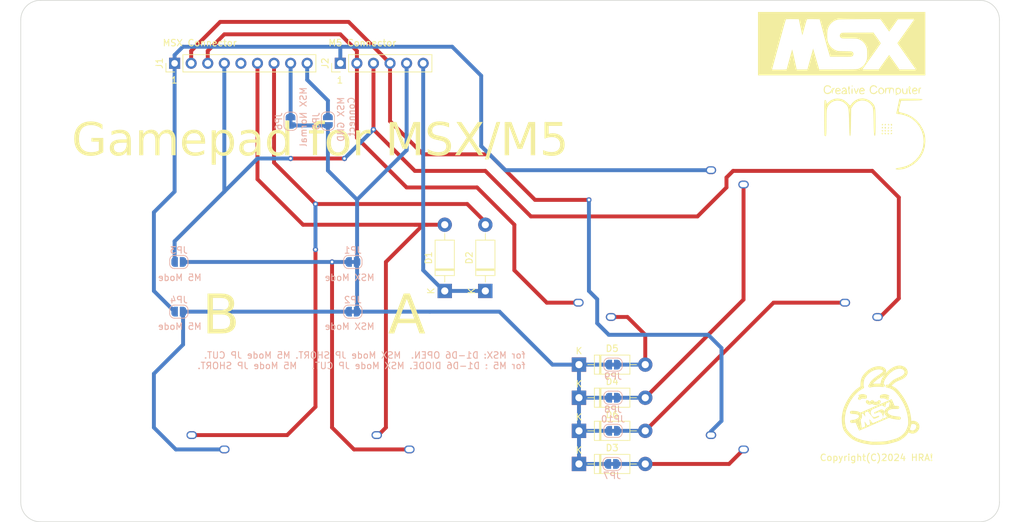
<source format=kicad_pcb>
(kicad_pcb (version 20221018) (generator pcbnew)
  (title_block (title "MSX/M5 Gamepad") (rev "1") (company "HRA!"))
  (layers (0 "F.Cu" signal) (31 "B.Cu" signal) (34 "B.Paste" user) (35 "F.Paste" user) (36 "B.SilkS" user "B.Silkscreen") (37 "F.SilkS" user "F.Silkscreen") (38 "B.Mask" user) (39 "F.Mask" user) (44 "Edge.Cuts" user))
  (net 0 "")
  (net 1 "Net-(D1-K)")
  (net 2 "/A_BUTTON")
  (net 3 "/B_BUTTON")
  (net 4 "/UP")
  (net 5 "Net-(J1-Pin_2)")
  (net 6 "Net-(J1-Pin_3)")
  (net 7 "/RIGHT")
  (net 9 "Net-(J1-Pin_8)")
  (net 10 "Net-(JP1-B)")
  (net 11 "Net-(JP2-B)")
  (net 12 "Net-(J1-Pin_9)")
  (net 13 "Net-(D3-K)")
  (net 14 "Net-(D3-A)")
  (net 15 "Net-(D4-A)")
  (net 16 "Net-(D5-A)")
  (net 17 "Net-(D6-A)")
  (footprint "1-Keyboard:Kailh_Choc_V1" (layer "F.Cu") (at 155.79 127)
    (fp_text reference "SW6")
    (fp_text value "DOWN")
    (pad "" np_thru_hole circle (at -5.5 0) (size 1.7 1.7) (drill 1.7) (layers "*.Cu" "*.Mask"))
    (pad "" np_thru_hole circle (at 0 0) (size 3.4 3.4) (drill 3.4) (layers "*.Cu" "*.Mask"))
    (pad "" np_thru_hole circle (at 5.5 0) (size 1.7 1.7) (drill 1.7) (layers "*.Cu" "*.Mask"))
    (pad "1" thru_hole oval (at -5 3.7) (size 1.6 1.2) (drill oval 1.2 0.8) (layers "*.Cu" "*.Mask") (net 5 "Net-(J1-Pin_2)"))
    (pad "2" thru_hole oval (at 0 5.9) (size 1.6 1.2) (drill oval 1.2 0.8) (layers "*.Cu" "*.Mask") (net 14 "Net-(D3-A)"))
  )
  (footprint "Connector_PinHeader_2.54mm:PinHeader_1x06_P2.54mm_Vertical" (layer "F.Cu") (at 93.98 73.66 90)
    (fp_text reference "J2" (at 0 -2.33 90) (layer "F.SilkS"))
    (fp_text value "M5 Gamepad Connector")
    (pad "1" thru_hole rect (at 0 0 90) (size 1.7 1.7) (drill 1) (layers "*.Cu" "*.Mask") (net 4 "/UP"))
    (pad "2" thru_hole oval (at 0 2.54 90) (size 1.7 1.7) (drill 1) (layers "*.Cu" "*.Mask") (net 6 "Net-(J1-Pin_3)"))
    (pad "3" thru_hole oval (at 0 5.08 90) (size 1.7 1.7) (drill 1) (layers "*.Cu" "*.Mask") (net 7 "/RIGHT"))
    (pad "4" thru_hole oval (at 0 7.62 90) (size 1.7 1.7) (drill 1) (layers "*.Cu" "*.Mask") (net 5 "Net-(J1-Pin_2)"))
    (pad "5" thru_hole oval (at 0 10.16 90) (size 1.7 1.7) (drill 1) (layers "*.Cu" "*.Mask") (net 13 "Net-(D3-K)"))
    (pad "6" thru_hole oval (at 0 12.7 90) (size 1.7 1.7) (drill 1) (layers "*.Cu" "*.Mask") (net 1 "Net-(D1-K)"))
  )
  (footprint "Diode_THT:D_DO-41_SOD81_P10.16mm_Horizontal" (layer "F.Cu") (at 130.556 119.888)
    (fp_text reference "D5" (at 5.08 -2.47) (layer "F.SilkS"))
    (fp_text value "1N4001")
    (fp_text user "K" (at 0 -2.1) (layer "F.SilkS"))
    (pad "1" thru_hole rect (at 0 0) (size 2.2 2.2) (drill 1.1) (layers "*.Cu" "*.Mask") (net 13 "Net-(D3-K)"))
    (pad "2" thru_hole oval (at 10.16 0) (size 2.2 2.2) (drill 1.1) (layers "*.Cu" "*.Mask") (net 16 "Net-(D5-A)"))
  )
  (footprint "Diode_THT:D_DO-41_SOD81_P10.16mm_Horizontal" (layer "F.Cu") (at 130.556 124.968)
    (fp_text reference "D4" (at 5.08 -2.47) (layer "F.SilkS"))
    (fp_text value "1N4001")
    (fp_text user "K" (at 0 -2.1) (layer "F.SilkS"))
    (pad "1" thru_hole rect (at 0 0) (size 2.2 2.2) (drill 1.1) (layers "*.Cu" "*.Mask") (net 13 "Net-(D3-K)"))
    (pad "2" thru_hole oval (at 10.16 0) (size 2.2 2.2) (drill 1.1) (layers "*.Cu" "*.Mask") (net 15 "Net-(D4-A)"))
  )
  (footprint "1-Keyboard:Kailh_Choc_V1" (layer "F.Cu") (at 176.315 106.68)
    (fp_text reference "SW5")
    (fp_text value "RIGHT")
    (pad "" np_thru_hole circle (at -5.5 0) (size 1.7 1.7) (drill 1.7) (layers "*.Cu" "*.Mask"))
    (pad "" np_thru_hole circle (at 0 0) (size 3.4 3.4) (drill 3.4) (layers "*.Cu" "*.Mask"))
    (pad "" np_thru_hole circle (at 5.5 0) (size 1.7 1.7) (drill 1.7) (layers "*.Cu" "*.Mask"))
    (pad "1" thru_hole oval (at -5 3.7) (size 1.6 1.2) (drill oval 1.2 0.8) (layers "*.Cu" "*.Mask") (net 17 "Net-(D6-A)"))
    (pad "2" thru_hole oval (at 0 5.9) (size 1.6 1.2) (drill oval 1.2 0.8) (layers "*.Cu" "*.Mask") (net 7 "/RIGHT"))
  )
  (footprint "0-My_Parts:usa" (layer "F.Cu") (at 177.404177 125.917457)
    (fp_text reference "" hide)
    (fp_text value "LOGO" hide)
  )
  (footprint "MountingHole:MountingHole_3.2mm_M3" (layer "F.Cu") (at 51.3 137.62)
    (fp_text reference "MH3" hide)
    (fp_text value "MountingHole_3.2mm_M3")
    (pad "" np_thru_hole circle (at 0 0) (size 3.2 3.2) (drill 3.2) (layers "*.Cu" "*.Mask"))
  )
  (footprint "MountingHole:MountingHole_3.2mm_M3" (layer "F.Cu") (at 120.8 137.62)
    (fp_text reference "MH3" hide)
    (fp_text value "MountingHole_3.2mm_M3")
    (pad "" np_thru_hole circle (at 0 0) (size 3.2 3.2) (drill 3.2) (layers "F&B.Cu" "*.Mask"))
  )
  (footprint "Diode_THT:D_DO-41_SOD81_P10.16mm_Horizontal" (layer "F.Cu") (at 130.556 130.048)
    (fp_text reference "D6" (at 5.08 -2.47) (layer "F.SilkS"))
    (fp_text value "1N4001")
    (fp_text user "K" (at 0 -2.1) (layer "F.SilkS"))
    (pad "1" thru_hole rect (at 0 0) (size 2.2 2.2) (drill 1.1) (layers "*.Cu" "*.Mask") (net 13 "Net-(D3-K)"))
    (pad "2" thru_hole oval (at 10.16 0) (size 2.2 2.2) (drill 1.1) (layers "*.Cu" "*.Mask") (net 17 "Net-(D6-A)"))
  )
  (footprint "0-My_Parts:msx_logo" (layer "F.Cu") (at 170.8 70.62)
    (fp_text reference "" hide)
    (fp_text value "LOGO" hide)
  )
  (footprint "" (layer "F.Cu") (at 54.3 99.695)
    (fp_text reference "HOLE1" hide)
    (fp_text value "" hide)
    (pad "" np_thru_hole circle (at 0 0) (size 6.4 6.4) (drill 6.4) (layers "F&B.Cu" "*.Mask"))
  )
  (footprint "Diode_THT:D_DO-41_SOD81_P10.16mm_Horizontal" (layer "F.Cu") (at 109.982 108.585 90)
    (fp_text reference "D1" (at 5.08 -2.47 90) (layer "F.SilkS"))
    (fp_text value "1N4001")
    (fp_text user "K" (at 0 -2.1 90) (layer "F.SilkS"))
    (pad "1" thru_hole rect (at 0 0 90) (size 2.2 2.2) (drill 1.1) (layers "*.Cu" "*.Mask") (net 1 "Net-(D1-K)"))
    (pad "2" thru_hole oval (at 10.16 0 90) (size 2.2 2.2) (drill 1.1) (layers "*.Cu" "*.Mask") (net 2 "/A_BUTTON"))
  )
  (footprint "" (layer "F.Cu") (at 54.3 113.03)
    (fp_text reference "HOLE2" hide)
    (fp_text value "" hide)
    (pad "" np_thru_hole circle (at 0 0) (size 6.4 6.4) (drill 6.4) (layers "F&B.Cu" "*.Mask"))
  )
  (footprint "1-Keyboard:Kailh_Choc_V1" (layer "F.Cu") (at 76.2 127)
    (fp_text reference "SW1")
    (fp_text value "B_Button")
    (pad "" np_thru_hole circle (at -5.5 0) (size 1.7 1.7) (drill 1.7) (layers "*.Cu" "*.Mask"))
    (pad "" np_thru_hole circle (at 0 0) (size 3.4 3.4) (drill 3.4) (layers "*.Cu" "*.Mask"))
    (pad "" np_thru_hole circle (at 5.5 0) (size 1.7 1.7) (drill 1.7) (layers "*.Cu" "*.Mask"))
    (pad "1" thru_hole oval (at -5 3.7) (size 1.6 1.2) (drill oval 1.2 0.8) (layers "*.Cu" "*.Mask") (net 3 "/B_BUTTON"))
    (pad "2" thru_hole oval (at 0 5.9) (size 1.6 1.2) (drill oval 1.2 0.8) (layers "*.Cu" "*.Mask") (net 11 "Net-(JP2-B)"))
  )
  (footprint "Diode_THT:D_DO-41_SOD81_P10.16mm_Horizontal" (layer "F.Cu") (at 116.205 108.585 90)
    (fp_text reference "D2" (at 5.08 -2.47 90) (layer "F.SilkS"))
    (fp_text value "1N4001")
    (fp_text user "K" (at 0 -2.1 90) (layer "F.SilkS"))
    (pad "1" thru_hole rect (at 0 0 90) (size 2.2 2.2) (drill 1.1) (layers "*.Cu" "*.Mask") (net 1 "Net-(D1-K)"))
    (pad "2" thru_hole oval (at 10.16 0 90) (size 2.2 2.2) (drill 1.1) (layers "*.Cu" "*.Mask") (net 3 "/B_BUTTON"))
  )
  (footprint "MountingHole:MountingHole_3.2mm_M3" (layer "F.Cu") (at 51.3 70.12)
    (fp_text reference "MH1" hide)
    (fp_text value "MountingHole_3.2mm_M3")
    (pad "" np_thru_hole circle (at 0 0) (size 3.2 3.2) (drill 3.2) (layers "F&B.Cu" "*.Mask"))
  )
  (footprint "1-Keyboard:Kailh_Choc_V1" (layer "F.Cu") (at 135.47 106.68)
    (fp_text reference "SW4")
    (fp_text value "LEFT")
    (pad "" np_thru_hole circle (at -5.5 0) (size 1.7 1.7) (drill 1.7) (layers "*.Cu" "*.Mask"))
    (pad "" np_thru_hole circle (at 0 0) (size 3.4 3.4) (drill 3.4) (layers "*.Cu" "*.Mask"))
    (pad "" np_thru_hole circle (at 5.5 0) (size 1.7 1.7) (drill 1.7) (layers "*.Cu" "*.Mask"))
    (pad "1" thru_hole oval (at -5 3.7) (size 1.6 1.2) (drill oval 1.2 0.8) (layers "*.Cu" "*.Mask") (net 6 "Net-(J1-Pin_3)"))
    (pad "2" thru_hole oval (at 0 5.9) (size 1.6 1.2) (drill oval 1.2 0.8) (layers "*.Cu" "*.Mask") (net 16 "Net-(D5-A)"))
  )
  (footprint "MountingHole:MountingHole_3.2mm_M3" (layer "F.Cu") (at 189.3 137.62)
    (fp_text reference "MH4" hide)
    (fp_text value "MountingHole_3.2mm_M3")
    (pad "" np_thru_hole circle (at 0 0) (size 3.2 3.2) (drill 3.2) (layers "*.Cu" "*.Mask"))
  )
  (footprint "MountingHole:MountingHole_3.2mm_M3" (layer "F.Cu") (at 189.3 70.12)
    (fp_text reference "MH2" hide)
    (fp_text value "MountingHole_3.2mm_M3")
    (pad "" np_thru_hole circle (at 0 0) (size 3.2 3.2) (drill 3.2) (layers "*.Cu" "*.Mask"))
  )
  (footprint "Diode_THT:D_DO-41_SOD81_P10.16mm_Horizontal" (layer "F.Cu") (at 130.556 135.128)
    (fp_text reference "D3" (at 5.08 -2.47) (layer "F.SilkS"))
    (fp_text value "1N4001")
    (fp_text user "K" (at 0 -2.1) (layer "F.SilkS"))
    (pad "1" thru_hole rect (at 0 0) (size 2.2 2.2) (drill 1.1) (layers "*.Cu" "*.Mask") (net 13 "Net-(D3-K)"))
    (pad "2" thru_hole oval (at 10.16 0) (size 2.2 2.2) (drill 1.1) (layers "*.Cu" "*.Mask") (net 14 "Net-(D3-A)"))
  )
  (footprint "0-My_Parts:m5_logo" (layer "F.Cu") (at 175.8 83.62)
    (fp_text reference "" hide)
    (fp_text value "LOGO" hide)
  )
  (footprint "MountingHole:MountingHole_3.2mm_M3" (layer "F.Cu") (at 120.8 70.12)
    (fp_text reference "MH3" hide)
    (fp_text value "MountingHole_3.2mm_M3")
    (pad "" np_thru_hole circle (at 0 0) (size 3.2 3.2) (drill 3.2) (layers "F&B.Cu" "*.Mask"))
  )
  (footprint "1-Keyboard:Kailh_Choc_V1" (layer "F.Cu") (at 155.78 86.36)
    (fp_text reference "SW3")
    (fp_text value "UP")
    (pad "" np_thru_hole circle (at -5.5 0) (size 1.7 1.7) (drill 1.7) (layers "*.Cu" "*.Mask"))
    (pad "" np_thru_hole circle (at 0 0) (size 3.4 3.4) (drill 3.4) (layers "*.Cu" "*.Mask"))
    (pad "" np_thru_hole circle (at 5.5 0) (size 1.7 1.7) (drill 1.7) (layers "*.Cu" "*.Mask"))
    (pad "1" thru_hole oval (at -5 3.7) (size 1.6 1.2) (drill oval 1.2 0.8) (layers "*.Cu" "*.Mask") (net 4 "/UP"))
    (pad "2" thru_hole oval (at 0 5.9) (size 1.6 1.2) (drill oval 1.2 0.8) (layers "*.Cu" "*.Mask") (net 15 "Net-(D4-A)"))
  )
  (footprint "Connector_PinHeader_2.54mm:PinHeader_1x09_P2.54mm_Vertical" (layer "F.Cu") (at 68.58 73.66 90)
    (fp_text reference "J1" (at 0 -2.33 90) (layer "F.SilkS"))
    (fp_text value "MSX Gamepad Connector")
    (pad "1" thru_hole rect (at 0 0 90) (size 1.7 1.7) (drill 1) (layers "*.Cu" "*.Mask") (net 4 "/UP"))
    (pad "2" thru_hole oval (at 0 2.54 90) (size 1.7 1.7) (drill 1) (layers "*.Cu" "*.Mask") (net 5 "Net-(J1-Pin_2)"))
    (pad "3" thru_hole oval (at 0 5.08 90) (size 1.7 1.7) (drill 1) (layers "*.Cu" "*.Mask") (net 6 "Net-(J1-Pin_3)"))
    (pad "4" thru_hole oval (at 0 7.62 90) (size 1.7 1.7) (drill 1) (layers "*.Cu" "*.Mask") (net 7 "/RIGHT"))
    (pad "5" thru_hole oval (at 0 10.16 90) (size 1.7 1.7) (drill 1) (layers "*.Cu" "*.Mask"))
    (pad "6" thru_hole oval (at 0 12.7 90) (size 1.7 1.7) (drill 1) (layers "*.Cu" "*.Mask") (net 2 "/A_BUTTON"))
    (pad "7" thru_hole oval (at 0 15.24 90) (size 1.7 1.7) (drill 1) (layers "*.Cu" "*.Mask") (net 3 "/B_BUTTON"))
    (pad "8" thru_hole oval (at 0 17.78 90) (size 1.7 1.7) (drill 1) (layers "*.Cu" "*.Mask") (net 9 "Net-(J1-Pin_8)"))
    (pad "9" thru_hole oval (at 0 20.32 90) (size 1.7 1.7) (drill 1) (layers "*.Cu" "*.Mask") (net 12 "Net-(J1-Pin_9)"))
  )
  (footprint "1-Keyboard:Kailh_Choc_V1" (layer "F.Cu") (at 104.56 127)
    (fp_text reference "SW2")
    (fp_text value "A_Button")
    (pad "" np_thru_hole circle (at -5.5 0) (size 1.7 1.7) (drill 1.7) (layers "*.Cu" "*.Mask"))
    (pad "" np_thru_hole circle (at 0 0) (size 3.4 3.4) (drill 3.4) (layers "*.Cu" "*.Mask"))
    (pad "" np_thru_hole circle (at 5.5 0) (size 1.7 1.7) (drill 1.7) (layers "*.Cu" "*.Mask"))
    (pad "1" thru_hole oval (at -5 3.7) (size 1.6 1.2) (drill oval 1.2 0.8) (layers "*.Cu" "*.Mask") (net 2 "/A_BUTTON"))
    (pad "2" thru_hole oval (at 0 5.9) (size 1.6 1.2) (drill oval 1.2 0.8) (layers "*.Cu" "*.Mask") (net 10 "Net-(JP1-B)"))
  )
  (footprint "Jumper:SolderJumper-2_P1.3mm_Bridged_RoundedPad1.0x1.5mm" (layer "B.Cu") (at 86.345 82.55 -90)
    (fp_text reference "JP6" (at 0 1.8 90) (layer "B.SilkS") (effects (justify mirror)))
    (fp_text value "Normal Connet")
    (fp_poly (pts (xy 0.25 0.3) (xy -0.25 0.3) (xy -0.25 -0.3) (xy 0.25 -0.3)) (fill solid) (layer "B.Cu"))
    (pad "1" smd custom (at -0.65 0 270) (size 1 0.5) (layers "B.Cu" "B.Mask") (net 9 "Net-(J1-Pin_8)") (options (clearance outline) (anchor rect)) (primitives (gr_circle (center 0 -0.25) (end 0.5 -0.25) (width 0) (fill yes)) (gr_circle (center 0 0.25) (end 0.5 0.25) (width 0) (fill yes)) (gr_poly (pts (xy 0.5 -0.75) (xy 0 -0.75) (xy 0 0.75) (xy 0.5 0.75)) (width 0) (fill yes))))
    (pad "2" smd custom (at 0.65 0 270) (size 1 0.5) (layers "B.Cu" "B.Mask") (net 13 "Net-(D3-K)") (options (clearance outline) (anchor rect)) (primitives (gr_circle (center 0 -0.25) (end 0.5 -0.25) (width 0) (fill yes)) (gr_circle (center 0 0.25) (end 0.5 0.25) (width 0) (fill yes)) (gr_poly (pts (xy 0 -0.75) (xy -0.5 -0.75) (xy -0.5 0.75) (xy 0 0.75)) (width 0) (fill yes))))
  )
  (footprint "Jumper:SolderJumper-2_P1.3mm_Open_RoundedPad1.0x1.5mm" (layer "B.Cu") (at 69.23 104.14 180)
    (fp_text reference "JP3" (at 0 1.8) (layer "B.SilkS") (effects (justify mirror)))
    (fp_text value "M5_Mode")
    (pad "1" smd custom (at -0.65 0 180) (size 1 0.5) (layers "B.Cu" "B.Mask") (net 10 "Net-(JP1-B)") (options (clearance outline) (anchor rect)) (primitives (gr_circle (center 0 -0.25) (end 0.5 -0.25) (width 0) (fill yes)) (gr_circle (center 0 0.25) (end 0.5 0.25) (width 0) (fill yes)) (gr_poly (pts (xy 0.5 -0.75) (xy 0 -0.75) (xy 0 0.75) (xy 0.5 0.75)) (width 0) (fill yes))))
    (pad "2" smd custom (at 0.65 0 180) (size 1 0.5) (layers "B.Cu" "B.Mask") (net 7 "/RIGHT") (options (clearance outline) (anchor rect)) (primitives (gr_circle (center 0 -0.25) (end 0.5 -0.25) (width 0) (fill yes)) (gr_circle (center 0 0.25) (end 0.5 0.25) (width 0) (fill yes)) (gr_poly (pts (xy 0 -0.75) (xy -0.5 -0.75) (xy -0.5 0.75) (xy 0 0.75)) (width 0) (fill yes))))
  )
  (footprint "Jumper:SolderJumper-2_P1.3mm_Bridged_RoundedPad1.0x1.5mm" (layer "B.Cu") (at 135.778 124.968)
    (fp_text reference "JP8" (at 0 1.8) (layer "B.SilkS") (effects (justify mirror)))
    (fp_text value "MSX_Mode")
    (fp_poly (pts (xy 0.25 0.3) (xy -0.25 0.3) (xy -0.25 -0.3) (xy 0.25 -0.3)) (fill solid) (layer "B.Cu"))
    (pad "1" smd custom (at -0.65 0) (size 1 0.5) (layers "B.Cu" "B.Mask") (net 13 "Net-(D3-K)") (options (clearance outline) (anchor rect)) (primitives (gr_circle (center 0 -0.25) (end 0.5 -0.25) (width 0) (fill yes)) (gr_circle (center 0 0.25) (end 0.5 0.25) (width 0) (fill yes)) (gr_poly (pts (xy 0.5 -0.75) (xy 0 -0.75) (xy 0 0.75) (xy 0.5 0.75)) (width 0) (fill yes))))
    (pad "2" smd custom (at 0.65 0) (size 1 0.5) (layers "B.Cu" "B.Mask") (net 15 "Net-(D4-A)") (options (clearance outline) (anchor rect)) (primitives (gr_circle (center 0 -0.25) (end 0.5 -0.25) (width 0) (fill yes)) (gr_circle (center 0 0.25) (end 0.5 0.25) (width 0) (fill yes)) (gr_poly (pts (xy 0 -0.75) (xy -0.5 -0.75) (xy -0.5 0.75) (xy 0 0.75)) (width 0) (fill yes))))
  )
  (footprint "Jumper:SolderJumper-2_P1.3mm_Bridged_RoundedPad1.0x1.5mm" (layer "B.Cu") (at 135.636 135.128)
    (fp_text reference "JP7" (at 0 1.8) (layer "B.SilkS") (effects (justify mirror)))
    (fp_text value "MSX_Mode")
    (fp_poly (pts (xy 0.25 0.3) (xy -0.25 0.3) (xy -0.25 -0.3) (xy 0.25 -0.3)) (fill solid) (layer "B.Cu"))
    (pad "1" smd custom (at -0.65 0) (size 1 0.5) (layers "B.Cu" "B.Mask") (net 13 "Net-(D3-K)") (options (clearance outline) (anchor rect)) (primitives (gr_circle (center 0 -0.25) (end 0.5 -0.25) (width 0) (fill yes)) (gr_circle (center 0 0.25) (end 0.5 0.25) (width 0) (fill yes)) (gr_poly (pts (xy 0.5 -0.75) (xy 0 -0.75) (xy 0 0.75) (xy 0.5 0.75)) (width 0) (fill yes))))
    (pad "2" smd custom (at 0.65 0) (size 1 0.5) (layers "B.Cu" "B.Mask") (net 14 "Net-(D3-A)") (options (clearance outline) (anchor rect)) (primitives (gr_circle (center 0 -0.25) (end 0.5 -0.25) (width 0) (fill yes)) (gr_circle (center 0 0.25) (end 0.5 0.25) (width 0) (fill yes)) (gr_poly (pts (xy 0 -0.75) (xy -0.5 -0.75) (xy -0.5 0.75) (xy 0 0.75)) (width 0) (fill yes))))
  )
  (footprint "Jumper:SolderJumper-2_P1.3mm_Bridged_RoundedPad1.0x1.5mm" (layer "B.Cu") (at 135.778 130.048 180)
    (fp_text reference "JP10" (at 0 1.8) (layer "B.SilkS") (effects (justify mirror)))
    (fp_text value "MSX_Mode")
    (fp_poly (pts (xy 0.25 0.3) (xy -0.25 0.3) (xy -0.25 -0.3) (xy 0.25 -0.3)) (fill solid) (layer "B.Cu"))
    (pad "1" smd custom (at -0.65 0 180) (size 1 0.5) (layers "B.Cu" "B.Mask") (net 17 "Net-(D6-A)") (options (clearance outline) (anchor rect)) (primitives (gr_circle (center 0 -0.25) (end 0.5 -0.25) (width 0) (fill yes)) (gr_circle (center 0 0.25) (end 0.5 0.25) (width 0) (fill yes)) (gr_poly (pts (xy 0.5 -0.75) (xy 0 -0.75) (xy 0 0.75) (xy 0.5 0.75)) (width 0) (fill yes))))
    (pad "2" smd custom (at 0.65 0 180) (size 1 0.5) (layers "B.Cu" "B.Mask") (net 13 "Net-(D3-K)") (options (clearance outline) (anchor rect)) (primitives (gr_circle (center 0 -0.25) (end 0.5 -0.25) (width 0) (fill yes)) (gr_circle (center 0 0.25) (end 0.5 0.25) (width 0) (fill yes)) (gr_poly (pts (xy 0 -0.75) (xy -0.5 -0.75) (xy -0.5 0.75) (xy 0 0.75)) (width 0) (fill yes))))
  )
  (footprint "Jumper:SolderJumper-2_P1.3mm_Bridged_RoundedPad1.0x1.5mm" (layer "B.Cu") (at 95.9 104.14 180)
    (fp_text reference "JP1" (at 0 1.8) (layer "B.SilkS") (effects (justify mirror)))
    (fp_text value "MSX_Mode")
    (fp_poly (pts (xy 0.25 0.3) (xy -0.25 0.3) (xy -0.25 -0.3) (xy 0.25 -0.3)) (fill solid) (layer "B.Cu"))
    (pad "1" smd custom (at -0.65 0 180) (size 1 0.5) (layers "B.Cu" "B.Mask") (net 13 "Net-(D3-K)") (options (clearance outline) (anchor rect)) (primitives (gr_circle (center 0 -0.25) (end 0.5 -0.25) (width 0) (fill yes)) (gr_circle (center 0 0.25) (end 0.5 0.25) (width 0) (fill yes)) (gr_poly (pts (xy 0.5 -0.75) (xy 0 -0.75) (xy 0 0.75) (xy 0.5 0.75)) (width 0) (fill yes))))
    (pad "2" smd custom (at 0.65 0 180) (size 1 0.5) (layers "B.Cu" "B.Mask") (net 10 "Net-(JP1-B)") (options (clearance outline) (anchor rect)) (primitives (gr_circle (center 0 -0.25) (end 0.5 -0.25) (width 0) (fill yes)) (gr_circle (center 0 0.25) (end 0.5 0.25) (width 0) (fill yes)) (gr_poly (pts (xy 0 -0.75) (xy -0.5 -0.75) (xy -0.5 0.75) (xy 0 0.75)) (width 0) (fill yes))))
  )
  (footprint "Jumper:SolderJumper-2_P1.3mm_Open_RoundedPad1.0x1.5mm" (layer "B.Cu") (at 92.075 82.535 -90)
    (fp_text reference "JP5" (at 0 1.8 90) (layer "B.SilkS") (effects (justify mirror)))
    (fp_text value "GND Connect")
    (pad "1" smd custom (at -0.65 0 270) (size 1 0.5) (layers "B.Cu" "B.Mask") (net 12 "Net-(J1-Pin_9)") (options (clearance outline) (anchor rect)) (primitives (gr_circle (center 0 -0.25) (end 0.5 -0.25) (width 0) (fill yes)) (gr_circle (center 0 0.25) (end 0.5 0.25) (width 0) (fill yes)) (gr_poly (pts (xy 0.5 -0.75) (xy 0 -0.75) (xy 0 0.75) (xy 0.5 0.75)) (width 0) (fill yes))))
    (pad "2" smd custom (at 0.65 0 270) (size 1 0.5) (layers "B.Cu" "B.Mask") (net 13 "Net-(D3-K)") (options (clearance outline) (anchor rect)) (primitives (gr_circle (center 0 -0.25) (end 0.5 -0.25) (width 0) (fill yes)) (gr_circle (center 0 0.25) (end 0.5 0.25) (width 0) (fill yes)) (gr_poly (pts (xy 0 -0.75) (xy -0.5 -0.75) (xy -0.5 0.75) (xy 0 0.75)) (width 0) (fill yes))))
  )
  (footprint "Jumper:SolderJumper-2_P1.3mm_Bridged_RoundedPad1.0x1.5mm" (layer "B.Cu") (at 95.9 111.76 180)
    (fp_text reference "JP2" (at 0 1.8) (layer "B.SilkS") (effects (justify mirror)))
    (fp_text value "MSX_Mode")
    (fp_poly (pts (xy 0.25 0.3) (xy -0.25 0.3) (xy -0.25 -0.3) (xy 0.25 -0.3)) (fill solid) (layer "B.Cu"))
    (pad "1" smd custom (at -0.65 0 180) (size 1 0.5) (layers "B.Cu" "B.Mask") (net 13 "Net-(D3-K)") (options (clearance outline) (anchor rect)) (primitives (gr_circle (center 0 -0.25) (end 0.5 -0.25) (width 0) (fill yes)) (gr_circle (center 0 0.25) (end 0.5 0.25) (width 0) (fill yes)) (gr_poly (pts (xy 0.5 -0.75) (xy 0 -0.75) (xy 0 0.75) (xy 0.5 0.75)) (width 0) (fill yes))))
    (pad "2" smd custom (at 0.65 0 180) (size 1 0.5) (layers "B.Cu" "B.Mask") (net 11 "Net-(JP2-B)") (options (clearance outline) (anchor rect)) (primitives (gr_circle (center 0 -0.25) (end 0.5 -0.25) (width 0) (fill yes)) (gr_circle (center 0 0.25) (end 0.5 0.25) (width 0) (fill yes)) (gr_poly (pts (xy 0 -0.75) (xy -0.5 -0.75) (xy -0.5 0.75) (xy 0 0.75)) (width 0) (fill yes))))
  )
  (footprint "Jumper:SolderJumper-2_P1.3mm_Open_RoundedPad1.0x1.5mm" (layer "B.Cu") (at 69.23 111.76 180)
    (fp_text reference "JP4" (at 0 1.8) (layer "B.SilkS") (effects (justify mirror)))
    (fp_text value "M5_Mode")
    (pad "1" smd custom (at -0.65 0 180) (size 1 0.5) (layers "B.Cu" "B.Mask") (net 11 "Net-(JP2-B)") (options (clearance outline) (anchor rect)) (primitives (gr_circle (center 0 -0.25) (end 0.5 -0.25) (width 0) (fill yes)) (gr_circle (center 0 0.25) (end 0.5 0.25) (width 0) (fill yes)) (gr_poly (pts (xy 0.5 -0.75) (xy 0 -0.75) (xy 0 0.75) (xy 0.5 0.75)) (width 0) (fill yes))))
    (pad "2" smd custom (at 0.65 0 180) (size 1 0.5) (layers "B.Cu" "B.Mask") (net 4 "/UP") (options (clearance outline) (anchor rect)) (primitives (gr_circle (center 0 -0.25) (end 0.5 -0.25) (width 0) (fill yes)) (gr_circle (center 0 0.25) (end 0.5 0.25) (width 0) (fill yes)) (gr_poly (pts (xy 0 -0.75) (xy -0.5 -0.75) (xy -0.5 0.75) (xy 0 0.75)) (width 0) (fill yes))))
  )
  (footprint "Jumper:SolderJumper-2_P1.3mm_Bridged_RoundedPad1.0x1.5mm" (layer "B.Cu") (at 135.778 119.888)
    (fp_text reference "JP9" (at 0 1.8) (layer "B.SilkS") (effects (justify mirror)))
    (fp_text value "MSX_Mode")
    (fp_poly (pts (xy 0.25 0.3) (xy -0.25 0.3) (xy -0.25 -0.3) (xy 0.25 -0.3)) (fill solid) (layer "B.Cu"))
    (pad "1" smd custom (at -0.65 0) (size 1 0.5) (layers "B.Cu" "B.Mask") (net 13 "Net-(D3-K)") (options (clearance outline) (anchor rect)) (primitives (gr_circle (center 0 -0.25) (end 0.5 -0.25) (width 0) (fill yes)) (gr_circle (center 0 0.25) (end 0.5 0.25) (width 0) (fill yes)) (gr_poly (pts (xy 0.5 -0.75) (xy 0 -0.75) (xy 0 0.75) (xy 0.5 0.75)) (width 0) (fill yes))))
    (pad "2" smd custom (at 0.65 0) (size 1 0.5) (layers "B.Cu" "B.Mask") (net 16 "Net-(D5-A)") (options (clearance outline) (anchor rect)) (primitives (gr_circle (center 0 -0.25) (end 0.5 -0.25) (width 0) (fill yes)) (gr_circle (center 0 0.25) (end 0.5 0.25) (width 0) (fill yes)) (gr_poly (pts (xy 0 -0.75) (xy -0.5 -0.75) (xy -0.5 0.75) (xy 0 0.75)) (width 0) (fill yes))))
  )
  (gr_arc (start 195 141) (mid 194.12132 143.12132) (end 192 144) (stroke (width 0.1)) (layer "Edge.Cuts"))
  (gr_arc (start 192 64) (mid 194.12132 64.87868) (end 195 67) (stroke (width 0.1)) (layer "Edge.Cuts"))
  (gr_arc (start 48 144) (mid 45.87868 143.12132) (end 45 141) (stroke (width 0.1)) (layer "Edge.Cuts"))
  (gr_line (start 192 64) (end 48 64) (stroke (width 0.1)) (layer "Edge.Cuts"))
  (gr_line (start 48 144) (end 192 144) (stroke (width 0.1)) (layer "Edge.Cuts"))
  (gr_line (start 195 141) (end 195 67) (stroke (width 0.1)) (layer "Edge.Cuts"))
  (gr_arc (start 45 67) (mid 45.87868 64.87868) (end 48 64) (stroke (width 0.1)) (layer "Edge.Cuts"))
  (gr_line (start 45 67) (end 45 141) (stroke (width 0.1)) (layer "Edge.Cuts"))
  (gr_text "MSX GND\nConnect" (at 96.266 78.74 90) (layer "B.SilkS") (effects (font (size 1 1)) (justify left bottom mirror)))
  (gr_text "for MSX: D1-D6 OPEN.  MSX Mode JP SHORT. M5 Mode JP CUT.\nfor M5 : D1-D6 DIODE. MSX Mode JP CUT.   M5 Mode JP SHORT." (at 122.428 120.65) (layer "B.SilkS") (effects (font (size 1 1)) (justify left bottom mirror)))
  (gr_text "MSX Mode" (at 99.3 114.62) (layer "B.SilkS") (effects (font (size 1 1)) (justify left bottom mirror)))
  (gr_text "M5 Mode" (at 72.8 114.62) (layer "B.SilkS") (effects (font (size 1 1)) (justify left bottom mirror)))
  (gr_text "MSX Normal" (at 88.9 77.216 90) (layer "B.SilkS") (effects (font (size 1 1)) (justify left bottom mirror)))
  (gr_text "M5 Mode" (at 72.8 107.12) (layer "B.SilkS") (effects (font (size 1 1)) (justify left bottom mirror)))
  (gr_text "MSX Mode" (at 99.3 107.12) (layer "B.SilkS") (effects (font (size 1 1)) (justify left bottom mirror)))
  (gr_text "Copyright(C)2024 HRA!" (at 167.386 134.747) (layer "F.SilkS") (effects (font (size 1 1)) (justify left bottom)))
  (gr_text "Gamepad for MSX/M5" (at 52.8 88.62) (layer "F.SilkS") (effects (font (size 5 5)) (justify left bottom)))
  (gr_text "1" (at 93.345 76.835) (layer "F.SilkS") (effects (font (size 1 1)) (justify left bottom)))
  (gr_text "M5 Connector" (at 92.075 71.12) (layer "F.SilkS") (effects (font (size 1 1)) (justify left bottom)))
  (gr_text "1" (at 67.945 76.835) (layer "F.SilkS") (effects (font (size 1 1)) (justify left bottom)))
  (gr_text "A" (at 101.3 116.12) (layer "F.SilkS") (effects (font (size 6 6)) (justify left bottom)))
  (gr_text "B" (at 72.8 116.12) (layer "F.SilkS") (effects (font (size 6 6)) (justify left bottom)))
  (gr_text "MSX Connector" (at 66.675 71.12) (layer "F.SilkS") (effects (font (size 1 1)) (justify left bottom)))
  (segment (start 106.68 105.41) (end 109.855 108.585) (width 0.6) (layer "B.Cu") (net 1))
  (segment (start 109.855 108.585) (end 115.9 108.585) (width 0.6) (layer "B.Cu") (net 1))
  (segment (start 106.68 73.66) (end 106.68 105.41) (width 0.6) (layer "B.Cu") (net 1))
  (segment (start 100.965 129.54) (end 100.965 104.14) (width 0.6) (layer "F.Cu") (net 2))
  (segment (start 100.965 104.14) (end 106.605 98.5) (width 0.6) (layer "F.Cu") (net 2))
  (segment (start 105.41 98.425) (end 88.265 98.425) (width 0.6) (layer "F.Cu") (net 2))
  (segment (start 106.53 98.425) (end 105.41 98.425) (width 0.6) (layer "F.Cu") (net 2))
  (segment (start 81.28 91.44) (end 81.28 73.66) (width 0.6) (layer "F.Cu") (net 2))
  (segment (start 106.605 98.5) (end 106.68 98.425) (width 0.6) (layer "F.Cu") (net 2))
  (segment (start 105.41 98.425) (end 107.315 98.425) (width 0.6) (layer "F.Cu") (net 2))
  (segment (start 106.68 98.425) (end 107.315 98.425) (width 0.6) (layer "F.Cu") (net 2))
  (segment (start 106.605 98.5) (end 106.53 98.425) (width 0.6) (layer "F.Cu") (net 2))
  (segment (start 88.265 98.425) (end 81.28 91.44) (width 0.6) (layer "F.Cu") (net 2))
  (segment (start 99.805 130.7) (end 100.965 129.54) (width 0.6) (layer "F.Cu") (net 2))
  (segment (start 107.315 98.425) (end 109.982 98.425) (width 0.6) (layer "F.Cu") (net 2))
  (segment (start 71.2 130.7) (end 85.835 130.7) (width 0.6) (layer "F.Cu") (net 3))
  (segment (start 113.43 95.25) (end 90.17 95.25) (width 0.6) (layer "F.Cu") (net 3))
  (segment (start 83.82 88.9) (end 90.17 95.25) (width 0.6) (layer "F.Cu") (net 3))
  (segment (start 85.835 130.7) (end 90.17 126.365) (width 0.6) (layer "F.Cu") (net 3))
  (segment (start 113.43 95.25) (end 115.9 97.72) (width 0.6) (layer "F.Cu") (net 3))
  (segment (start 90.17 126.365) (end 90.17 102.235) (width 0.6) (layer "F.Cu") (net 3))
  (segment (start 83.82 73.66) (end 83.82 88.9) (width 0.6) (layer "F.Cu") (net 3))
  (segment (start 115.9 97.72) (end 115.9 98.425) (width 0.6) (layer "F.Cu") (net 3))
  (via (at 90.17 95.25) (size 0.8) (drill 0.4) (layers "F.Cu" "B.Cu") (net 3))
  (via (at 90.17 102.235) (size 0.8) (drill 0.4) (layers "F.Cu" "B.Cu") (net 3))
  (segment (start 90.17 95.25) (end 90.17 102.235) (width 0.6) (layer "B.Cu") (net 3))
  (segment (start 65.405 108.585) (end 65.405 96.52) (width 0.6) (layer "B.Cu") (net 4))
  (segment (start 93.98 73.66) (end 93.98 71.12) (width 0.6) (layer "B.Cu") (net 4))
  (segment (start 69.85 71.12) (end 68.58 72.39) (width 0.6) (layer "B.Cu") (net 4))
  (segment (start 68.58 93.345) (end 68.58 73.66) (width 0.6) (layer "B.Cu") (net 4))
  (segment (start 65.405 96.52) (end 68.58 93.345) (width 0.6) (layer "B.Cu") (net 4))
  (segment (start 68.58 111.76) (end 65.405 108.585) (width 0.6) (layer "B.Cu") (net 4))
  (segment (start 111.125 71.12) (end 115.57 75.565) (width 0.6) (layer "B.Cu") (net 4))
  (segment (start 119.27 90.06) (end 150.78 90.06) (width 0.6) (layer "B.Cu") (net 4))
  (segment (start 93.98 71.12) (end 111.125 71.12) (width 0.6) (layer "B.Cu") (net 4))
  (segment (start 115.57 75.565) (end 115.57 86.36) (width 0.6) (layer "B.Cu") (net 4))
  (segment (start 68.58 72.39) (end 68.58 73.66) (width 0.6) (layer "B.Cu") (net 4))
  (segment (start 93.98 71.12) (end 69.85 71.12) (width 0.6) (layer "B.Cu") (net 4))
  (segment (start 115.57 86.36) (end 119.27 90.06) (width 0.6) (layer "B.Cu") (net 4))
  (segment (start 75.565 67.31) (end 95.25 67.31) (width 0.6) (layer "F.Cu") (net 5))
  (segment (start 123.825 94.615) (end 132.08 94.615) (width 0.6) (layer "F.Cu") (net 5))
  (segment (start 101.6 82.55) (end 106.68 87.63) (width 0.6) (layer "F.Cu") (net 5))
  (segment (start 71.12 73.66) (end 71.12 71.755) (width 0.6) (layer "F.Cu") (net 5))
  (segment (start 106.68 87.63) (end 116.84 87.63) (width 0.6) (layer "F.Cu") (net 5))
  (segment (start 71.12 71.755) (end 75.565 67.31) (width 0.6) (layer "F.Cu") (net 5))
  (segment (start 95.25 67.31) (end 101.6 73.66) (width 0.6) (layer "F.Cu") (net 5))
  (segment (start 101.6 73.66) (end 101.6 82.55) (width 0.6) (layer "F.Cu") (net 5))
  (segment (start 116.84 87.63) (end 123.825 94.615) (width 0.6) (layer "F.Cu") (net 5))
  (via (at 132.08 94.615) (size 0.8) (drill 0.4) (layers "F.Cu" "B.Cu") (net 5))
  (segment (start 133.35 109.855) (end 133.35 113.538) (width 0.6) (layer "B.Cu") (net 5))
  (segment (start 152.4 117.348) (end 152.4 128.524) (width 0.6) (layer "B.Cu") (net 5))
  (segment (start 132.08 94.615) (end 132.08 108.585) (width 0.6) (layer "B.Cu") (net 5))
  (segment (start 133.35 113.538) (end 135.128 115.316) (width 0.6) (layer "B.Cu") (net 5))
  (segment (start 150.79 130.134) (end 150.79 130.7) (width 0.6) (layer "B.Cu") (net 5))
  (segment (start 135.128 115.316) (end 150.368 115.316) (width 0.6) (layer "B.Cu") (net 5))
  (segment (start 152.4 128.524) (end 150.79 130.134) (width 0.6) (layer "B.Cu") (net 5))
  (segment (start 132.08 108.585) (end 133.35 109.855) (width 0.6) (layer "B.Cu") (net 5))
  (segment (start 150.368 115.316) (end 152.4 117.348) (width 0.6) (layer "B.Cu") (net 5))
  (segment (start 96.52 71.755) (end 93.98 69.215) (width 0.6) (layer "F.Cu") (net 6))
  (segment (start 93.98 69.215) (end 76.2 69.215) (width 0.6) (layer "F.Cu") (net 6))
  (segment (start 76.2 69.215) (end 73.66 71.755) (width 0.6) (layer "F.Cu") (net 6))
  (segment (start 104.14 92.71) (end 114.935 92.71) (width 0.6) (layer "F.Cu") (net 6))
  (segment (start 96.52 73.66) (end 96.52 85.09) (width 0.6) (layer "F.Cu") (net 6))
  (segment (start 125.62 110.38) (end 130.47 110.38) (width 0.6) (layer "F.Cu") (net 6))
  (segment (start 120.65 105.41) (end 125.62 110.38) (width 0.6) (layer "F.Cu") (net 6))
  (segment (start 120.65 98.425) (end 120.65 105.41) (width 0.6) (layer "F.Cu") (net 6))
  (segment (start 96.52 85.09) (end 104.14 92.71) (width 0.6) (layer "F.Cu") (net 6))
  (segment (start 96.52 73.66) (end 96.52 71.755) (width 0.6) (layer "F.Cu") (net 6))
  (segment (start 114.935 92.71) (end 120.65 98.425) (width 0.6) (layer "F.Cu") (net 6))
  (segment (start 73.66 71.755) (end 73.66 73.66) (width 0.6) (layer "F.Cu") (net 6))
  (segment (start 153.162 92.71) (end 153.162 91.186) (width 0.6) (layer "F.Cu") (net 7))
  (segment (start 99.06 73.66) (end 99.06 83.82) (width 0.6) (layer "F.Cu") (net 7))
  (segment (start 105.41 90.17) (end 116.205 90.17) (width 0.6) (layer "F.Cu") (net 7))
  (segment (start 179.578 109.728) (end 176.726 112.58) (width 0.6) (layer "F.Cu") (net 7))
  (segment (start 153.162 91.186) (end 154.178 90.17) (width 0.6) (layer "F.Cu") (net 7))
  (segment (start 179.578 94.234) (end 179.578 109.728) (width 0.6) (layer "F.Cu") (net 7))
  (segment (start 148.717 97.155) (end 153.162 92.71) (width 0.6) (layer "F.Cu") (net 7))
  (segment (start 94.615 88.265) (end 86.36 88.265) (width 0.6) (layer "F.Cu") (net 7))
  (segment (start 154.178 90.17) (end 175.514 90.17) (width 0.6) (layer "F.Cu") (net 7))
  (segment (start 116.205 90.17) (end 123.19 97.155) (width 0.6) (layer "F.Cu") (net 7))
  (segment (start 123.19 97.155) (end 148.717 97.155) (width 0.6) (layer "F.Cu") (net 7))
  (segment (start 176.726 112.58) (end 176.315 112.58) (width 0.6) (layer "F.Cu") (net 7))
  (segment (start 99.06 83.82) (end 105.41 90.17) (width 0.6) (layer "F.Cu") (net 7))
  (segment (start 175.514 90.17) (end 179.578 94.234) (width 0.6) (layer "F.Cu") (net 7))
  (via (at 86.36 88.265) (size 0.8) (drill 0.4) (layers "F.Cu" "B.Cu") (net 7))
  (via (at 94.615 88.265) (size 0.8) (drill 0.4) (layers "F.Cu" "B.Cu") (net 7))
  (via (at 99.06 83.82) (size 0.8) (drill 0.4) (layers "F.Cu" "B.Cu") (net 7))
  (segment (start 68.58 100.965) (end 76.2 93.345) (width 0.6) (layer "B.Cu") (net 7))
  (segment (start 81.28 88.265) (end 76.2 93.345) (width 0.6) (layer "B.Cu") (net 7))
  (segment (start 99.06 83.82) (end 94.615 88.265) (width 0.6) (layer "B.Cu") (net 7))
  (segment (start 76.2 93.345) (end 76.2 73.66) (width 0.6) (layer "B.Cu") (net 7))
  (segment (start 68.58 104.14) (end 68.58 100.965) (width 0.6) (layer "B.Cu") (net 7))
  (segment (start 86.36 88.265) (end 81.28 88.265) (width 0.6) (layer "B.Cu") (net 7))
  (segment (start 86.36 73.66) (end 86.36 81.885) (width 0.6) (layer "B.Cu") (net 9))
  (segment (start 86.36 81.885) (end 86.345 81.9) (width 0.25) (layer "B.Cu") (net 9))
  (segment (start 96.07 132.9) (end 104.56 132.9) (width 0.6) (layer "F.Cu") (net 10))
  (segment (start 92.71 129.54) (end 96.07 132.9) (width 0.6) (layer "F.Cu") (net 10))
  (segment (start 92.71 104.14) (end 92.71 129.54) (width 0.6) (layer "F.Cu") (net 10))
  (via (at 92.71 104.14) (size 0.8) (drill 0.4) (layers "F.Cu" "B.Cu") (net 10))
  (segment (start 92.71 104.14) (end 69.88 104.14) (width 0.6) (layer "B.Cu") (net 10))
  (segment (start 95.25 104.14) (end 92.71 104.14) (width 0.6) (layer "B.Cu") (net 10))
  (segment (start 69.88 111.76) (end 69.88 116.81) (width 0.6) (layer "B.Cu") (net 11))
  (segment (start 68.765 132.9) (end 76.2 132.9) (width 0.6) (layer "B.Cu") (net 11))
  (segment (start 69.88 116.81) (end 65.405 121.285) (width 0.6) (layer "B.Cu") (net 11))
  (segment (start 65.405 129.54) (end 68.765 132.9) (width 0.6) (layer "B.Cu") (net 11))
  (segment (start 65.405 121.285) (end 65.405 129.54) (width 0.6) (layer "B.Cu") (net 11))
  (segment (start 95.25 111.76) (end 69.88 111.76) (width 0.6) (layer "B.Cu") (net 11))
  (segment (start 92.075 79.375) (end 92.075 81.885) (width 0.6) (layer "B.Cu") (net 12))
  (segment (start 88.9 73.66) (end 88.9 76.2) (width 0.6) (layer "B.Cu") (net 12))
  (segment (start 88.9 76.2) (end 92.075 79.375) (width 0.6) (layer "B.Cu") (net 12))
  (segment (start 96.52 111.79) (end 96.55 111.76) (width 0.6) (layer "B.Cu") (net 13))
  (segment (start 130.556 130.048) (end 135.128 130.048) (width 0.6) (layer "B.Cu") (net 13))
  (segment (start 104.14 86.36) (end 104.14 73.66) (width 0.6) (layer "B.Cu") (net 13))
  (segment (start 130.556 119.888) (end 135.128 119.888) (width 0.6) (layer "B.Cu") (net 13))
  (segment (start 130.556 119.888) (end 126.492 119.888) (width 0.6) (layer "B.Cu") (net 13))
  (segment (start 126.492 119.888) (end 118.364 111.76) (width 0.6) (layer "B.Cu") (net 13))
  (segment (start 104.14 86.995) (end 104.14 86.868) (width 0.6) (layer "B.Cu") (net 13))
  (segment (start 86.345 83.2) (end 92.06 83.2) (width 0.6) (layer "B.Cu") (net 13))
  (segment (start 96.55 111.76) (end 96.55 104.14) (width 0.6) (layer "B.Cu") (net 13))
  (segment (start 96.55 94.585) (end 104.14 86.995) (width 0.6) (layer "B.Cu") (net 13))
  (segment (start 118.364 111.76) (end 107.696 111.76) (width 0.6) (layer "B.Cu") (net 13))
  (segment (start 92.06 83.2) (end 92.075 83.185) (width 0.25) (layer "B.Cu") (net 13))
  (segment (start 92.075 90.11) (end 96.55 94.585) (width 0.6) (layer "B.Cu") (net 13))
  (segment (start 104.14 86.995) (end 104.14 86.36) (width 0.6) (layer "B.Cu") (net 13))
  (segment (start 130.556 124.968) (end 135.128 124.968) (width 0.6) (layer "B.Cu") (net 13))
  (segment (start 104.14 86.868) (end 104.14 86.36) (width 0.6) (layer "B.Cu") (net 13))
  (segment (start 92.075 83.185) (end 92.075 90.11) (width 0.6) (layer "B.Cu") (net 13))
  (segment (start 130.556 130.048) (end 130.556 124.968) (width 0.6) (layer "B.Cu") (net 13))
  (segment (start 96.55 104.14) (end 96.55 94.585) (width 0.6) (layer "B.Cu") (net 13))
  (segment (start 130.556 124.968) (end 130.556 119.888) (width 0.6) (layer "B.Cu") (net 13))
  (segment (start 130.556 135.128) (end 134.986 135.128) (width 0.6) (layer "B.Cu") (net 13))
  (segment (start 130.556 135.128) (end 130.556 130.048) (width 0.6) (layer "B.Cu") (net 13))
  (segment (start 96.55 111.76) (end 107.696 111.76) (width 0.6) (layer "B.Cu") (net 13))
  (segment (start 140.716 135.128) (end 153.562 135.128) (width 0.6) (layer "F.Cu") (net 14))
  (segment (start 153.562 135.128) (end 155.79 132.9) (width 0.6) (layer "F.Cu") (net 14))
  (segment (start 140.716 135.128) (end 136.286 135.128) (width 0.6) (layer "B.Cu") (net 14))
  (segment (start 155.78 109.904) (end 140.716 124.968) (width 0.6) (layer "F.Cu") (net 15))
  (segment (start 155.78 92.26) (end 155.78 109.904) (width 0.6) (layer "F.Cu") (net 15))
  (segment (start 140.716 124.968) (end 136.428 124.968) (width 0.6) (layer "B.Cu") (net 15))
  (segment (start 135.47 112.58) (end 137.98 112.58) (width 0.6) (layer "F.Cu") (net 16))
  (segment (start 140.716 115.316) (end 140.716 119.888) (width 0.6) (layer "F.Cu") (net 16))
  (segment (start 137.98 112.58) (end 140.716 115.316) (width 0.6) (layer "F.Cu") (net 16))
  (segment (start 140.716 119.888) (end 136.428 119.888) (width 0.6) (layer "B.Cu") (net 16))
  (segment (start 160.384 110.38) (end 140.716 130.048) (width 0.6) (layer "F.Cu") (net 17))
  (segment (start 171.315 110.38) (end 160.384 110.38) (width 0.6) (layer "F.Cu") (net 17))
  (segment (start 140.716 130.048) (end 136.428 130.048) (width 0.6) (layer "B.Cu") (net 17))
)
</source>
